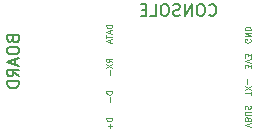
<source format=gbr>
%TF.GenerationSoftware,KiCad,Pcbnew,(6.0.0)*%
%TF.CreationDate,2022-07-25T11:20:30-04:00*%
%TF.ProjectId,dual_model_u,6475616c-5f6d-46f6-9465-6c5f752e6b69,rev?*%
%TF.SameCoordinates,Original*%
%TF.FileFunction,Legend,Bot*%
%TF.FilePolarity,Positive*%
%FSLAX46Y46*%
G04 Gerber Fmt 4.6, Leading zero omitted, Abs format (unit mm)*
G04 Created by KiCad (PCBNEW (6.0.0)) date 2022-07-25 11:20:30*
%MOMM*%
%LPD*%
G01*
G04 APERTURE LIST*
%ADD10C,0.150000*%
%ADD11C,0.100000*%
G04 APERTURE END LIST*
D10*
X162615238Y-105259142D02*
X162662857Y-105306761D01*
X162805714Y-105354380D01*
X162900952Y-105354380D01*
X163043809Y-105306761D01*
X163139047Y-105211523D01*
X163186666Y-105116285D01*
X163234285Y-104925809D01*
X163234285Y-104782952D01*
X163186666Y-104592476D01*
X163139047Y-104497238D01*
X163043809Y-104402000D01*
X162900952Y-104354380D01*
X162805714Y-104354380D01*
X162662857Y-104402000D01*
X162615238Y-104449619D01*
X161996190Y-104354380D02*
X161805714Y-104354380D01*
X161710476Y-104402000D01*
X161615238Y-104497238D01*
X161567619Y-104687714D01*
X161567619Y-105021047D01*
X161615238Y-105211523D01*
X161710476Y-105306761D01*
X161805714Y-105354380D01*
X161996190Y-105354380D01*
X162091428Y-105306761D01*
X162186666Y-105211523D01*
X162234285Y-105021047D01*
X162234285Y-104687714D01*
X162186666Y-104497238D01*
X162091428Y-104402000D01*
X161996190Y-104354380D01*
X161139047Y-105354380D02*
X161139047Y-104354380D01*
X160567619Y-105354380D01*
X160567619Y-104354380D01*
X160139047Y-105306761D02*
X159996190Y-105354380D01*
X159758095Y-105354380D01*
X159662857Y-105306761D01*
X159615238Y-105259142D01*
X159567619Y-105163904D01*
X159567619Y-105068666D01*
X159615238Y-104973428D01*
X159662857Y-104925809D01*
X159758095Y-104878190D01*
X159948571Y-104830571D01*
X160043809Y-104782952D01*
X160091428Y-104735333D01*
X160139047Y-104640095D01*
X160139047Y-104544857D01*
X160091428Y-104449619D01*
X160043809Y-104402000D01*
X159948571Y-104354380D01*
X159710476Y-104354380D01*
X159567619Y-104402000D01*
X158948571Y-104354380D02*
X158758095Y-104354380D01*
X158662857Y-104402000D01*
X158567619Y-104497238D01*
X158520000Y-104687714D01*
X158520000Y-105021047D01*
X158567619Y-105211523D01*
X158662857Y-105306761D01*
X158758095Y-105354380D01*
X158948571Y-105354380D01*
X159043809Y-105306761D01*
X159139047Y-105211523D01*
X159186666Y-105021047D01*
X159186666Y-104687714D01*
X159139047Y-104497238D01*
X159043809Y-104402000D01*
X158948571Y-104354380D01*
X157615238Y-105354380D02*
X158091428Y-105354380D01*
X158091428Y-104354380D01*
X157281904Y-104830571D02*
X156948571Y-104830571D01*
X156805714Y-105354380D02*
X157281904Y-105354380D01*
X157281904Y-104354380D01*
X156805714Y-104354380D01*
D11*
X154404190Y-106109047D02*
X153904190Y-106109047D01*
X153904190Y-106228095D01*
X153928000Y-106299523D01*
X153975619Y-106347142D01*
X154023238Y-106370952D01*
X154118476Y-106394761D01*
X154189904Y-106394761D01*
X154285142Y-106370952D01*
X154332761Y-106347142D01*
X154380380Y-106299523D01*
X154404190Y-106228095D01*
X154404190Y-106109047D01*
X154261333Y-106585238D02*
X154261333Y-106823333D01*
X154404190Y-106537619D02*
X153904190Y-106704285D01*
X154404190Y-106870952D01*
X153904190Y-106966190D02*
X153904190Y-107251904D01*
X154404190Y-107109047D02*
X153904190Y-107109047D01*
X154261333Y-107394761D02*
X154261333Y-107632857D01*
X154404190Y-107347142D02*
X153904190Y-107513809D01*
X154404190Y-107680476D01*
X154404190Y-109275714D02*
X154166095Y-109109047D01*
X154404190Y-108990000D02*
X153904190Y-108990000D01*
X153904190Y-109180476D01*
X153928000Y-109228095D01*
X153951809Y-109251904D01*
X153999428Y-109275714D01*
X154070857Y-109275714D01*
X154118476Y-109251904D01*
X154142285Y-109228095D01*
X154166095Y-109180476D01*
X154166095Y-108990000D01*
X153904190Y-109442380D02*
X154404190Y-109775714D01*
X153904190Y-109775714D02*
X154404190Y-109442380D01*
X154213714Y-109966190D02*
X154213714Y-110347142D01*
X154404190Y-111728095D02*
X153904190Y-111728095D01*
X153904190Y-111847142D01*
X153928000Y-111918571D01*
X153975619Y-111966190D01*
X154023238Y-111990000D01*
X154118476Y-112013809D01*
X154189904Y-112013809D01*
X154285142Y-111990000D01*
X154332761Y-111966190D01*
X154380380Y-111918571D01*
X154404190Y-111847142D01*
X154404190Y-111728095D01*
X154213714Y-112228095D02*
X154213714Y-112609047D01*
X154404190Y-113990000D02*
X153904190Y-113990000D01*
X153904190Y-114109047D01*
X153928000Y-114180476D01*
X153975619Y-114228095D01*
X154023238Y-114251904D01*
X154118476Y-114275714D01*
X154189904Y-114275714D01*
X154285142Y-114251904D01*
X154332761Y-114228095D01*
X154380380Y-114180476D01*
X154404190Y-114109047D01*
X154404190Y-113990000D01*
X154213714Y-114490000D02*
X154213714Y-114870952D01*
X154404190Y-114680476D02*
X154023238Y-114680476D01*
X166135809Y-114740000D02*
X165635809Y-114573333D01*
X166135809Y-114406666D01*
X165897714Y-114073333D02*
X165873904Y-114001904D01*
X165850095Y-113978095D01*
X165802476Y-113954285D01*
X165731047Y-113954285D01*
X165683428Y-113978095D01*
X165659619Y-114001904D01*
X165635809Y-114049523D01*
X165635809Y-114240000D01*
X166135809Y-114240000D01*
X166135809Y-114073333D01*
X166112000Y-114025714D01*
X166088190Y-114001904D01*
X166040571Y-113978095D01*
X165992952Y-113978095D01*
X165945333Y-114001904D01*
X165921523Y-114025714D01*
X165897714Y-114073333D01*
X165897714Y-114240000D01*
X166135809Y-113740000D02*
X165731047Y-113740000D01*
X165683428Y-113716190D01*
X165659619Y-113692380D01*
X165635809Y-113644761D01*
X165635809Y-113549523D01*
X165659619Y-113501904D01*
X165683428Y-113478095D01*
X165731047Y-113454285D01*
X166135809Y-113454285D01*
X165659619Y-113240000D02*
X165635809Y-113168571D01*
X165635809Y-113049523D01*
X165659619Y-113001904D01*
X165683428Y-112978095D01*
X165731047Y-112954285D01*
X165778666Y-112954285D01*
X165826285Y-112978095D01*
X165850095Y-113001904D01*
X165873904Y-113049523D01*
X165897714Y-113144761D01*
X165921523Y-113192380D01*
X165945333Y-113216190D01*
X165992952Y-113240000D01*
X166040571Y-113240000D01*
X166088190Y-113216190D01*
X166112000Y-113192380D01*
X166135809Y-113144761D01*
X166135809Y-113025714D01*
X166112000Y-112954285D01*
X166135809Y-112049523D02*
X166135809Y-111763809D01*
X165635809Y-111906666D02*
X166135809Y-111906666D01*
X166135809Y-111644761D02*
X165635809Y-111311428D01*
X166135809Y-111311428D02*
X165635809Y-111644761D01*
X165826285Y-111120952D02*
X165826285Y-110740000D01*
X166135809Y-109787619D02*
X166135809Y-109478095D01*
X165945333Y-109644761D01*
X165945333Y-109573333D01*
X165921523Y-109525714D01*
X165897714Y-109501904D01*
X165850095Y-109478095D01*
X165731047Y-109478095D01*
X165683428Y-109501904D01*
X165659619Y-109525714D01*
X165635809Y-109573333D01*
X165635809Y-109716190D01*
X165659619Y-109763809D01*
X165683428Y-109787619D01*
X166135809Y-109335238D02*
X165635809Y-109168571D01*
X166135809Y-109001904D01*
X166135809Y-108882857D02*
X166135809Y-108573333D01*
X165945333Y-108740000D01*
X165945333Y-108668571D01*
X165921523Y-108620952D01*
X165897714Y-108597142D01*
X165850095Y-108573333D01*
X165731047Y-108573333D01*
X165683428Y-108597142D01*
X165659619Y-108620952D01*
X165635809Y-108668571D01*
X165635809Y-108811428D01*
X165659619Y-108859047D01*
X165683428Y-108882857D01*
X166112000Y-107335238D02*
X166135809Y-107382857D01*
X166135809Y-107454285D01*
X166112000Y-107525714D01*
X166064380Y-107573333D01*
X166016761Y-107597142D01*
X165921523Y-107620952D01*
X165850095Y-107620952D01*
X165754857Y-107597142D01*
X165707238Y-107573333D01*
X165659619Y-107525714D01*
X165635809Y-107454285D01*
X165635809Y-107406666D01*
X165659619Y-107335238D01*
X165683428Y-107311428D01*
X165850095Y-107311428D01*
X165850095Y-107406666D01*
X165635809Y-107097142D02*
X166135809Y-107097142D01*
X165635809Y-106811428D01*
X166135809Y-106811428D01*
X165635809Y-106573333D02*
X166135809Y-106573333D01*
X166135809Y-106454285D01*
X166112000Y-106382857D01*
X166064380Y-106335238D01*
X166016761Y-106311428D01*
X165921523Y-106287619D01*
X165850095Y-106287619D01*
X165754857Y-106311428D01*
X165707238Y-106335238D01*
X165659619Y-106382857D01*
X165635809Y-106454285D01*
X165635809Y-106573333D01*
D10*
X145978571Y-107339047D02*
X146026190Y-107481904D01*
X146073809Y-107529523D01*
X146169047Y-107577142D01*
X146311904Y-107577142D01*
X146407142Y-107529523D01*
X146454761Y-107481904D01*
X146502380Y-107386666D01*
X146502380Y-107005714D01*
X145502380Y-107005714D01*
X145502380Y-107339047D01*
X145550000Y-107434285D01*
X145597619Y-107481904D01*
X145692857Y-107529523D01*
X145788095Y-107529523D01*
X145883333Y-107481904D01*
X145930952Y-107434285D01*
X145978571Y-107339047D01*
X145978571Y-107005714D01*
X145502380Y-108196190D02*
X145502380Y-108386666D01*
X145550000Y-108481904D01*
X145645238Y-108577142D01*
X145835714Y-108624761D01*
X146169047Y-108624761D01*
X146359523Y-108577142D01*
X146454761Y-108481904D01*
X146502380Y-108386666D01*
X146502380Y-108196190D01*
X146454761Y-108100952D01*
X146359523Y-108005714D01*
X146169047Y-107958095D01*
X145835714Y-107958095D01*
X145645238Y-108005714D01*
X145550000Y-108100952D01*
X145502380Y-108196190D01*
X146216666Y-109005714D02*
X146216666Y-109481904D01*
X146502380Y-108910476D02*
X145502380Y-109243809D01*
X146502380Y-109577142D01*
X146502380Y-110481904D02*
X146026190Y-110148571D01*
X146502380Y-109910476D02*
X145502380Y-109910476D01*
X145502380Y-110291428D01*
X145550000Y-110386666D01*
X145597619Y-110434285D01*
X145692857Y-110481904D01*
X145835714Y-110481904D01*
X145930952Y-110434285D01*
X145978571Y-110386666D01*
X146026190Y-110291428D01*
X146026190Y-109910476D01*
X146502380Y-110910476D02*
X145502380Y-110910476D01*
X145502380Y-111148571D01*
X145550000Y-111291428D01*
X145645238Y-111386666D01*
X145740476Y-111434285D01*
X145930952Y-111481904D01*
X146073809Y-111481904D01*
X146264285Y-111434285D01*
X146359523Y-111386666D01*
X146454761Y-111291428D01*
X146502380Y-111148571D01*
X146502380Y-110910476D01*
M02*

</source>
